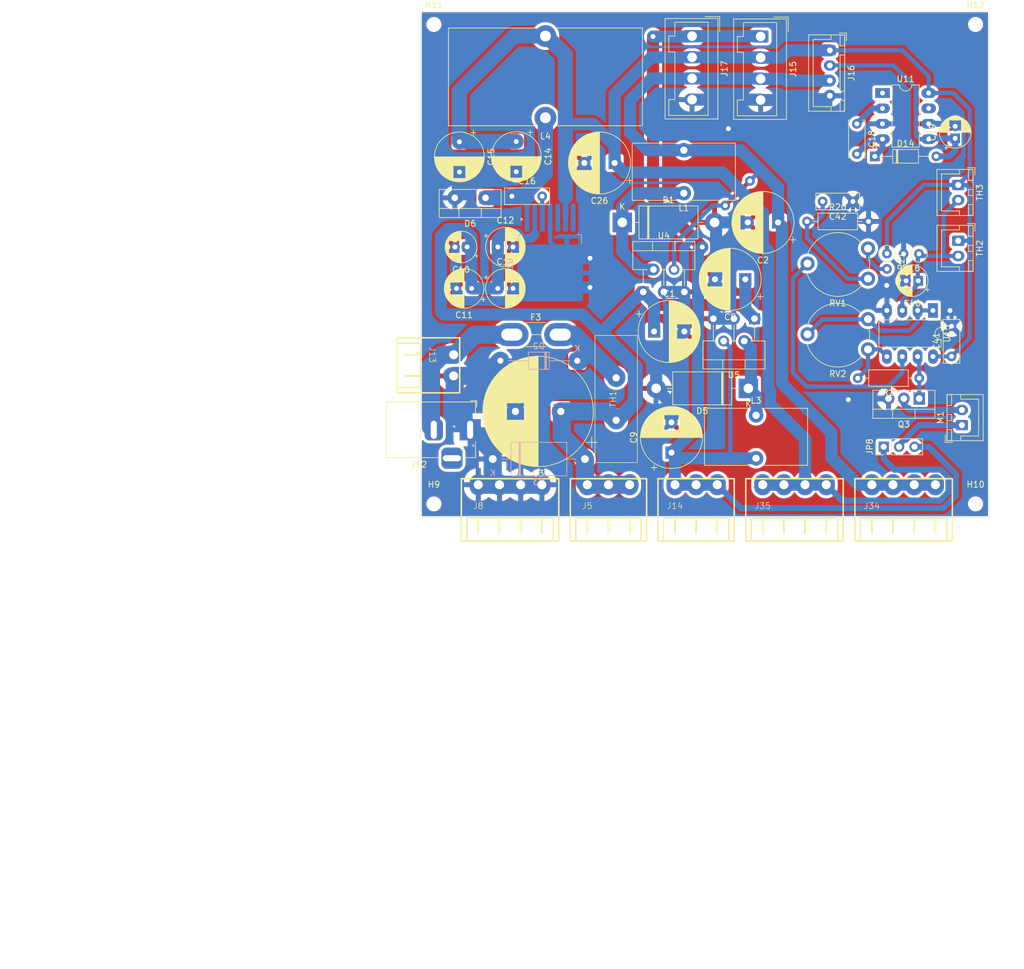
<source format=kicad_pcb>
(kicad_pcb
	(version 20240108)
	(generator "pcbnew")
	(generator_version "8.0")
	(general
		(thickness 1.6)
		(legacy_teardrops no)
	)
	(paper "A4")
	(layers
		(0 "F.Cu" signal)
		(1 "In1.Cu" signal)
		(2 "In2.Cu" signal)
		(31 "B.Cu" signal)
		(32 "B.Adhes" user "B.Adhesive")
		(33 "F.Adhes" user "F.Adhesive")
		(34 "B.Paste" user)
		(35 "F.Paste" user)
		(36 "B.SilkS" user "B.Silkscreen")
		(37 "F.SilkS" user "F.Silkscreen")
		(38 "B.Mask" user)
		(39 "F.Mask" user)
		(40 "Dwgs.User" user "User.Drawings")
		(41 "Cmts.User" user "User.Comments")
		(42 "Eco1.User" user "User.Eco1")
		(43 "Eco2.User" user "User.Eco2")
		(44 "Edge.Cuts" user)
		(45 "Margin" user)
		(46 "B.CrtYd" user "B.Courtyard")
		(47 "F.CrtYd" user "F.Courtyard")
		(48 "B.Fab" user)
		(49 "F.Fab" user)
		(50 "User.1" user)
		(51 "User.2" user)
		(52 "User.3" user)
		(53 "User.4" user)
		(54 "User.5" user)
		(55 "User.6" user)
		(56 "User.7" user)
		(57 "User.8" user)
		(58 "User.9" user)
	)
	(setup
		(stackup
			(layer "F.SilkS"
				(type "Top Silk Screen")
			)
			(layer "F.Paste"
				(type "Top Solder Paste")
			)
			(layer "F.Mask"
				(type "Top Solder Mask")
				(thickness 0.01)
			)
			(layer "F.Cu"
				(type "copper")
				(thickness 0.035)
			)
			(layer "dielectric 1"
				(type "prepreg")
				(thickness 0.1)
				(material "FR4")
				(epsilon_r 4.5)
				(loss_tangent 0.02)
			)
			(layer "In1.Cu"
				(type "copper")
				(thickness 0.035)
			)
			(layer "dielectric 2"
				(type "core")
				(thickness 1.24)
				(material "FR4")
				(epsilon_r 4.5)
				(loss_tangent 0.02)
			)
			(layer "In2.Cu"
				(type "copper")
				(thickness 0.035)
			)
			(layer "dielectric 3"
				(type "prepreg")
				(thickness 0.1)
				(material "FR4")
				(epsilon_r 4.5)
				(loss_tangent 0.02)
			)
			(layer "B.Cu"
				(type "copper")
				(thickness 0.035)
			)
			(layer "B.Mask"
				(type "Bottom Solder Mask")
				(thickness 0.01)
			)
			(layer "B.Paste"
				(type "Bottom Solder Paste")
			)
			(layer "B.SilkS"
				(type "Bottom Silk Screen")
				(color "Red")
			)
			(copper_finish "None")
			(dielectric_constraints no)
		)
		(pad_to_mask_clearance 0)
		(allow_soldermask_bridges_in_footprints no)
		(pcbplotparams
			(layerselection 0x00010fc_ffffffff)
			(plot_on_all_layers_selection 0x0000000_00000000)
			(disableapertmacros no)
			(usegerberextensions no)
			(usegerberattributes yes)
			(usegerberadvancedattributes yes)
			(creategerberjobfile yes)
			(dashed_line_dash_ratio 12.000000)
			(dashed_line_gap_ratio 3.000000)
			(svgprecision 4)
			(plotframeref no)
			(viasonmask no)
			(mode 1)
			(useauxorigin no)
			(hpglpennumber 1)
			(hpglpenspeed 20)
			(hpglpendiameter 15.000000)
			(pdf_front_fp_property_popups yes)
			(pdf_back_fp_property_popups yes)
			(dxfpolygonmode yes)
			(dxfimperialunits yes)
			(dxfusepcbnewfont yes)
			(psnegative no)
			(psa4output no)
			(plotreference yes)
			(plotvalue yes)
			(plotfptext yes)
			(plotinvisibletext no)
			(sketchpadsonfab no)
			(subtractmaskfromsilk no)
			(outputformat 1)
			(mirror no)
			(drillshape 1)
			(scaleselection 1)
			(outputdirectory "")
		)
	)
	(net 0 "")
	(net 1 "+5V")
	(net 2 "+24V filtered")
	(net 3 "GND")
	(net 4 "+3V3")
	(net 5 "+12V")
	(net 6 "Net-(D6-K)")
	(net 7 "Net-(U1-BOOT)")
	(net 8 "Net-(U11-CAP+)")
	(net 9 "Net-(D14-K)")
	(net 10 "-5V")
	(net 11 "Net-(D1-K)")
	(net 12 "Net-(D2-K)")
	(net 13 "Net-(D5-K)")
	(net 14 "+BATT")
	(net 15 "unconnected-(U1-EN-Pad7)")
	(net 16 "unconnected-(U1-NC-Pad5)")
	(net 17 "unconnected-(U11-OSC-Pad7)")
	(net 18 "unconnected-(U11-NC-Pad1)")
	(net 19 "Net-(U15A-+)")
	(net 20 "Net-(C42-Pad2)")
	(net 21 "Net-(JP8-C)")
	(net 22 "Net-(M1--)")
	(net 23 "Net-(Q3-G)")
	(net 24 "Net-(U15B-+)")
	(net 25 "Net-(R21-Pad2)")
	(net 26 "Net-(U15B--)")
	(net 27 "Net-(U15A--)")
	(footprint "Capacitor_THT:CP_Radial_D10.0mm_P5.00mm" (layer "F.Cu") (at 129.286 109.061993 90))
	(footprint "Capacitor_THT:CP_Radial_D10.0mm_P5.00mm" (layer "F.Cu") (at 126.410323 89.040962))
	(footprint "Diode_THT:D_DO-201AD_P15.24mm_Horizontal" (layer "F.Cu") (at 141.986 98.438962 180))
	(footprint "Potentiometer_THT:Potentiometer_Piher_PT-10-V10_Vertical" (layer "F.Cu") (at 161.757499 75.306462 180))
	(footprint "Connector_JST:JST_XH_B2B-XH-A_1x02_P2.50mm_Vertical" (layer "F.Cu") (at 177.275 104.514962 90))
	(footprint "Potentiometer_THT:Potentiometer_Piher_PT-10-V10_Vertical" (layer "F.Cu") (at 161.757499 86.990462 180))
	(footprint "Capacitor_THT:C_Disc_D6.0mm_W2.5mm_P5.00mm" (layer "F.Cu") (at 159.9057 54.702937 -90))
	(footprint "Package_TO_SOT_THT:TO-220-5_P3.4x3.7mm_StaggerOdd_Lead3.8mm_Vertical" (layer "F.Cu") (at 124.616 82.489962))
	(footprint "Resistor_THT:R_Axial_DIN0207_L6.3mm_D2.5mm_P2.54mm_Vertical" (layer "F.Cu") (at 170.18 76.2 180))
	(footprint "Package_TO_SOT_THT:TO-220-3_Vertical" (layer "F.Cu") (at 170.219499 100.125462 180))
	(footprint "Capacitor_THT:CP_Radial_D6.3mm_P2.50mm" (layer "F.Cu") (at 100.592664 75.064811))
	(footprint "MountingHole:MountingHole_2mm" (layer "F.Cu") (at 179.526 38.284962))
	(footprint "Package_DIP:DIP-8_W7.62mm_LongPads" (layer "F.Cu") (at 172.495499 85.561462 -90))
	(footprint "MountingHole:MountingHole_2mm" (layer "F.Cu") (at 90.026 117.534962))
	(footprint "custom-footprints1:WAGO 734-164 Print-Stiftleiste, Mini, RM 3,5, gewinkelt, 4-polig" (layer "F.Cu") (at 97.366 114.367462))
	(footprint "Capacitor_THT:CP_Radial_D18.0mm_P7.50mm"
		(layer "F.Cu")
		(uuid "3e12b180-088b-46cd-b5c6-9617c716b1a6")
		(at 110.998 102.248962 180)
		(descr "CP, Radial series, Radial, pin pitch=7.50mm, , diameter=18mm, Electrolytic Capacitor")
		(tags "CP Radial series Radial pin pitch 7.50mm  diameter 18mm Electrolytic Capacitor")
		(property "Reference" "C3"
			(at 3.75 -10.25 0)
			(layer "F.SilkS")
			(uuid "c0dbac4b-d18d-44e0-abe6-6b3f876fe509")
			(effects
				(font
					(size 1 1)
					(thickness 0.15)
				)
			)
		)
		(property "Value" "2200uf"
			(at 3.75 10.25 0)
			(layer "F.Fab")
			(uuid "1f7d7bb5-f802-471e-8ae7-4e1a80563b95")
			(effects
				(font
					(size 1 1)
					(thickness 0.15)
				)
			)
		)
		(property "Footprint" "Capacitor_THT:CP_Radial_D18.0mm_P7.50mm"
			(at 0 0 180)
			(unlocked yes)
			(layer "F.Fab")
			(hide yes)
			(uuid "cd037e7c-88f5-4614-9539-47ece2e39e2f")
			(effects
				(font
					(size 1.27 1.27)
					(thickness 0.15)
				)
			)
		)
		(property "Datasheet" "https://www.reichelt.com/be/en/shop/product/elko_2200_f_35_v_105_c-166415"
			(at 0 0 180)
			(unlocked yes)
			(layer "F.Fab")
			(hide yes)
			(uuid "09c9c45c-cd56-4403-bd81-cc88382ef4e9")
			(effects
				(font
					(size 1.27 1.27)
					(thickness 0.15)
				)
			)
		)
		(property "Description" "Polarized capacitor"
			(at 0 0 180)
			(unlocked yes)
			(layer "F.Fab")
			(hide yes)
			(uuid "114210ba-bd57-4105-96f8-5187314aacb0")
			(effects
				(font
					(size 1.27 1.27)
					(thickness 0.15)
				)
			)
		)
		(property ki_fp_filters "CP_*")
		(path "/16680157-dcc5-42d4-8ccc-a59b4c4006fd")
		(sheetname "Root")
		(sheetfile "power-supply-board_v1.0.kicad_sch")
		(attr through_hole)
		(fp_line
			(start 12.87 -0.04)
			(end 12.87 0.04)
			(stroke
				(width 0.12)
				(type solid)
			)
			(layer "F.SilkS")
			(uuid "87732204-ffd3-4010-92fe-e84d597261db")
		)
		(fp_line
			(start 12.83 -0.814)
			(end 12.83 0.814)
			(stroke
				(width 0.12)
				(type solid)
			)
			(layer "F.SilkS")
			(uuid "18f893c9-7fff-4554-a0a6-9513f8452e28")
		)
		(fp_line
			(start 12.79 -1.166)
			(end 12.79 1.166)
			(stroke
				(width 0.12)
				(type solid)
			)
			(layer "F.SilkS")
			(uuid "2b52467b-0cfb-4412-b0ac-068e45849888")
		)
		(fp_line
			(start 12.75 -1.435)
			(end 12.75 1.435)
			(stroke
				(width 0.12)
				(type solid)
			)
			(layer "F.SilkS")
			(uuid "34e20984-e432-4254-860c-82b93de5475e")
		)
		(fp_line
			(start 12.71 -1.661)
			(end 12.71 1.661)
			(stroke
				(width 0.12)
				(type solid)
			)
			(layer "F.SilkS")
			(uuid "9e5473ed-98ba-43aa-9d6a-8eaabc33a9dc")
		)
		(fp_line
			(start 12.67 -1.86)
			(end 12.67 1.86)
			(stroke
				(width 0.12)
				(type solid)
			)
			(layer "F.SilkS")
			(uuid "08c8f39a-99ff-4afd-b845-1d83a6340213")
		)
		(fp_line
			(start 12.63 -2.039)
			(end 12.63 2.039)
			(stroke
				(width 0.12)
				(type solid)
			)
			(layer "F.SilkS")
			(uuid "d5eaf986-9534-4524-ad49-665dbecfec0f")
		)
		(fp_line
			(start 12.59 -2.203)
			(end 12.59 2.203)
			(stroke
				(width 0.12)
				(type solid)
			)
			(layer "F.SilkS")
			(uuid "5cf0b090-f6b4-43c7-a6ce-0f71cd8210ee")
		)
		(fp_line
			(start 12.55 -2.355)
			(end 12.55 2.355)
			(stroke
				(width 0.12)
				(type solid)
			)
			(layer "F.SilkS")
			(uuid "8e66bac3-0b2f-40ec-8c73-97c7d6b2f138")
		)
		(fp_line
			(start 12.51 -2.498)
			(end 12.51 2.498)
			(stroke
				(width 0.12)
				(type solid)
			)
			(layer "F.SilkS")
			(uuid "66bbea31-836a-4c65-9a2d-0d3a29f8dc12")
		)
		(fp_line
			(start 12.47 -2.632)
			(end 12.47 2.632)
			(stroke
				(width 0.12)
				(type solid)
			)
			(layer "F.SilkS")
			(uuid "633c10e5-f6ae-42eb-b5a5-18a2e88ec3af")
		)
		(fp_line
			(start 12.43 -2.759)
			(end 12.43 2.759)
			(stroke
				(width 0.12)
				(type solid)
			)
			(layer "F.SilkS")
			(uuid "5c14d289-cf82-40f2-ae41-fa734da4dc2a")
		)
		(fp_line
			(start 12.39 -2.88)
			(end 12.39 2.88)
			(stroke
				(width 0.12)
				(type solid)
			)
			(layer "F.SilkS")
			(uuid "92d777da-31b2-4188-88bd-b48da7e6abd8")
		)
		(fp_line
			(start 12.35 -2.996)
			(end 12.35 2.996)
			(stroke
				(width 0.12)
				(type solid)
			)
			(layer "F.SilkS")
			(uuid "107af9bb-841b-4c31-9fac-3060a5bfa1b6")
		)
		(fp_line
			(start 12.31 -3.107)
			(end 12.31 3.107)
			(stroke
				(width 0.12)
				(type solid)
			)
			(layer "F.SilkS")
			(uuid "9396642f-f979-4d78-bd91-7a436359d103")
		)
		(fp_line
			(start 12.27 -3.214)
			(end 12.27 3.214)
			(stroke
				(width 0.12)
				(type solid)
			)
			(layer "F.SilkS")
			(uuid "7a28f269-c130-4a30-a607-7c6287357369")
		)
		(fp_line
			(start 12.23 -3.317)
			(end 12.23 3.317)
			(stroke
				(width 0.12)
				(type solid)
			)
			(layer "F.SilkS")
			(uuid "156f2bc4-880c-4c21-8655-9d32c230dad4")
		)
		(fp_line
			(start 12.19 -3.416)
			(end 12.19 3.416)
			(stroke
				(width 0.12)
				(type solid)
			)
			(layer "F.SilkS")
			(uuid "63c8fd17-e6c3-478f-ad62-b0bb53559406")
		)
		(fp_line
			(start 12.15 -3.512)
			(end 12.15 3.512)
			(stroke
				(width 0.12)
				(type solid)
			)
			(layer "F.SilkS")
			(uuid "639c7f9b-f812-46a4-b756-7753f6943a6f")
		)
		(fp_line
			(start 12.11 -3.605)
			(end 12.11 3.605)
			(stroke
				(width 0.12)
				(type solid)
			)
			(layer "F.SilkS")
			(uuid "134d240f-7cb0-4052-9ccf-efb724369b7f")
		)
		(fp_line
			(start 12.07 -3.696)
			(end 12.07 3.696)
			(stroke
				(width 0.12)
				(type solid)
			)
			(layer "F.SilkS")
			(uuid "bf388105-023e-4a71-bbdb-3b21c9fcd2cc")
		)
		(fp_line
			(start 12.03 -3.784)
			(end 12.03 3.784)
			(stroke
				(width 0.12)
				(type solid)
			)
			(layer "F.SilkS")
			(uuid "49aa2ba0-ba19-4ea1-a70a-173a6f627315")
		)
		(fp_line
			(start 11.99 -3.869)
			(end 11.99 3.869)
			(stroke
				(width 0.12)
				(type solid)
			)
			(layer "F.SilkS")
			(uuid "679bfa39-c021-436e-b2f6-eef91e7a3433")
		)
		(fp_line
			(start 11.95 -3.952)
			(end 11.95 3.952)
			(stroke
				(width 0.12)
				(type solid)
			)
			(layer "F.SilkS")
			(uuid "f874119e-1338-4beb-b6c9-42b4db275c1b")
		)
		(fp_line
			(start 11.911 -4.033)
			(end 11.911 4.033)
			(stroke
				(width 0.12)
				(type solid)
			)
			(layer "F.SilkS")
			(uuid "009a31cf-7161-4030-9ee2-4ee6c8662a63")
		)
		(fp_line
			(start 11.871 -4.113)
			(end 11.871 4.113)
			(stroke
				(width 0.12)
				(type solid)
			)
			(layer "F.SilkS")
			(uuid "68b92ccc-7298-4ad5-a9de-6f696f4ebe2e")
		)
		(fp_line
			(start 11.831 -4.19)
			(end 11.831 4.19)
			(stroke
				(width 0.12)
				(type solid)
			)
			(layer "F.SilkS")
			(uuid "b62a9674-bd46-40fc-859a-9a51e479b097")
		)
		(fp_line
			(start 11.791 -4.265)
			(end 11.791 4.265)
			(stroke
				(width 0.12)
				(type solid)
			)
			(layer "F.SilkS")
			(uuid "f11c470d-142c-4357-900e-889b10e3b0e2")
		)
		(fp_line
			(start 11.751 -4.339)
			(end 11.751 4.339)
			(stroke
				(width 0.12)
				(type solid)
			)
			(layer "F.SilkS")
			(uuid "79a89223-4ff2-4771-ae1e-e5445b213450")
		)
		(fp_line
			(start 11.711 -4.412)
			(end 11.711 4.412)
			(stroke
				(width 0.12)
				(type solid)
			)
			(layer "F.SilkS")
			(uuid "69c80908-15c1-45f1-963f-161843f95dae")
		)
		(fp_line
			(start 11.671 -4.482)
			(end 11.671 4.482)
			(stroke
				(width 0.12)
				(type solid)
			)
			(layer "F.SilkS")
			(uuid "61eb03dd-9121-4df5-b679-96e9e3201ddb")
		)
		(fp_line
			(start 11.631 -4.552)
			(end 11.631 4.552)
			(stroke
				(width 0.12)
				(type solid)
			)
			(layer "F.SilkS")
			(uuid "85657168-bb18-4c0a-8a63-b4550fb338d3")
		)
		(fp_line
			(start 11.591 -4.62)
			(end 11.591 4.62)
			(stroke
				(width 0.12)
				(type solid)
			)
			(layer "F.SilkS")
			(uuid "d1919cf1-2f90-4aae-9ff8-2b0cf3ae94c7")
		)
		(fp_line
			(start 11.551 -4.686)
			(end 11.551 4.686)
			(stroke
				(width 0.12)
				(type solid)
			)
			(layer "F.SilkS")
			(uuid "1b9f95c8-f1a1-4629-933b-721de8d1b6c5")
		)
		(fp_line
			(start 11.511 -4.752)
			(end 11.511 4.752)
			(stroke
				(width 0.12)
				(type solid)
			)
			(layer "F.SilkS")
			(uuid "993aa706-ff59-43f8-b67b-ed16a60e5af1")
		)
		(fp_line
			(start 11.471 -4.816)
			(end 11.471 4.816)
			(stroke
				(width 0.12)
				(type solid)
			)
			(layer "F.SilkS")
			(uuid "60b6545d-49ea-46d3-ae2b-173dc1fa629f")
		)
		(fp_line
			(start 11.431 -4.879)
			(end 11.431 4.879)
			(stroke
				(width 0.12)
				(type solid)
			)
			(layer "F.SilkS")
			(uuid "facb3d3e-da56-434a-87aa-17d6414bb483")
		)
		(fp_line
			(start 11.391 -4.941)
			(end 11.391 4.941)
			(stroke
				(width 0.12)
				(type solid)
			)
			(layer "F.SilkS")
			(uuid "b89baaeb-06f3-4b71-a51f-ce7608b7262c")
		)
		(fp_line
			(start 11.351 -5.002)
			(end 11.351 5.002)
			(stroke
				(width 0.12)
				(type solid)
			)
			(layer "F.SilkS")
			(uuid "654033ae-c772-46c1-8f60-aa0ddceff74f")
		)
		(fp_line
			(start 11.311 -5.062)
			(end 11.311 5.062)
			(stroke
				(width 0.12)
				(type solid)
			)
			(layer "F.SilkS")
			(uuid "3d8d106b-7617-4f47-894a-2fcf412deb28")
		)
		(fp_line
			(start 11.271 -5.12)
			(end 11.271 5.12)
			(stroke
				(width 0.12)
				(type solid)
			)
			(layer "F.SilkS")
			(uuid "917cfe1d-449c-4d88-9a36-1b6375a11292")
		)
		(fp_line
			(start 11.231 -5.178)
			(end 11.231 5.178)
			(stroke
				(width 0.12)
				(type solid)
			)
			(layer "F.SilkS")
			(uuid "b6ae342f-1414-41ce-9a18-48302253d4b6")
		)
		(fp_line
			(start 11.191 -5.235)
			(end 11.191 5.235)
			(stroke
				(width 0.12)
				(type solid)
			)
			(layer "F.SilkS")
			(uuid "bc8af6b4-79f1-494c-8965-f72d1712ff8d")
		)
		(fp_line
			(start 11.151 -5.291)
			(end 11.151 5.291)
			(stroke
				(width 0.12)
				(type solid)
			)
			(layer "F.SilkS")
			(uuid "c57da7f0-a0a1-4185-9736-606dde94bfba")
		)
		(fp_line
			(start 11.111 -5.346)
			(end 11.111 5.346)
			(stroke
				(width 0.12)
				(type solid)
			)
			(layer "F.SilkS")
			(uuid "78dca952-4881-45e1-b643-4d2635200164")
		)
		(fp_line
			(start 11.071 -5.4)
			(end 11.071 5.4)
			(stroke
				(width 0.12)
				(type solid)
			)
			(layer "F.SilkS")
			(uuid "40e64ece-fc2d-42b2-9393-bfa48699e8b8")
		)
		(fp_line
			(start 11.031 -5.454)
			(end 11.031 5.454)
			(stroke
				(width 0.12)
				(type solid)
			)
			(layer "F.SilkS")
			(uuid "6e09a86b-dac4-49d6-9337-5fc49b3660d4")
		)
		(fp_line
			(start 10.991 -5.506)
			(end 10.991 5.506)
			(stroke
				(width 0.12)
				(type solid)
			)
			(layer "F.SilkS")
			(uuid "b34076ba-db21-4594-b738-d0b13ffce101")
		)
		(fp_line
			(start 10.951 -5.558)
			(end 10.951 5.558)
			(stroke
				(width 0.12)
				(type solid)
			)
			(layer "F.SilkS")
			(uuid "5abeba6d-99f5-4835-9edf-79f8cad35e91")
		)
		(fp_line
			(start 10.911 -5.609)
			(end 10.911 5.609)
			(stroke
				(width 0.12)
				(type solid)
			)
			(layer "F.SilkS")
			(uuid "6f8c8657-bd2a-48b5-8884-60099a095c02")
		)
		(fp_line
			(start 10.871 -5.66)
			(end 10.871 5.66)
			(stroke
				(width 0.12)
				(type solid)
			)
			(layer "F.SilkS")
			(uuid "e934523f-25a6-4501-b3d2-f714d731456a")
		)
		(fp_line
			(start 10.831 -5.709)
			(end 10.831 5.709)
			(stroke
				(width 0.12)
				(type solid)
			)
			(layer "F.SilkS")
			(uuid "eda7762a-c878-497d-b3d4-f14afd812a43")
		)
		(fp_line
			(start 10.791 -5.758)
			(end 10.791 5.758)
			(stroke
				(width 0.12)
				(type solid)
			)
			(layer "F.SilkS")
			(uuid "6788cc1c-365c-473d-a651-fa3a3cd31605")
		)
		(fp_line
			(start 10.751 -5.806)
			(end 10.751 5.806)
			(stroke
				(width 0.12)
				(type solid)
			)
			(layer "F.SilkS")
			(uuid "eec49bf0-2786-4624-b041-cb07a3b55cb0")
		)
		(fp_line
			(start 10.711 -5.854)
			(end 10.711 5.854)
			(stroke
				(width 0.12)
				(type solid)
			)
			(layer "F.SilkS")
			(uuid "40734991-1229-4ba7-82e1-930ec8e06f53")
		)
		(fp_line
			(start 10.671 -5.901)
			(end 10.671 5.901)
			(stroke
				(width 0.12)
				(type solid)
			)
			(layer "F.SilkS")
			(uuid "bcc470ec-95c0-4d68-8773-b1df105ec597")
		)
		(fp_line
			(start 10.631 -5.947)
			(end 10.631 5.947)
			(stroke
				(width 0.12)
				(type solid)
			)
			(layer "F.SilkS")
			(uuid "606b598a-d158-4304-8302-7e37f8b16422")
		)
		(fp_line
			(start 10.591 -5.993)
			(end 10.591 5.993)
			(stroke
				(width 0.12)
				(type solid)
			)
			(layer "F.SilkS")
			(uuid "7ce9d763-02f0-4f55-b389-f5260ed4fc01")
		)
		(fp_line
			(start 10.551 -6.038)
			(end 10.551 6.038)
			(stroke
				(width 0.12)
				(type solid)
			)
			(layer "F.SilkS")
			(uuid "272f7474-49f0-4091-92a8-8bc92ea6bb27")
		)
		(fp_line
			(start 10.511 -6.082)
			(end 10.511 6.082)
			(stroke
				(width 0.12)
				(type solid)
			)
			(layer "F.SilkS")
			(uuid "40d02709-a73d-46a8-b089-efda960c47b5")
		)
		(fp_line
			(start 10.471 -6.126)
			(end 10.471 6.126)
			(stroke
				(width 0.12)
				(type solid)
			)
			(layer "F.SilkS")
			(uuid "0ac0947b-1ef4-4a93-b71b-f8918f3d2522")
		)
		(fp_line
			(start 10.431 -6.17)
			(end 10.431 6.17)
			(stroke
				(width 0.12)
				(type solid)
			)
			(layer "F.SilkS")
			(uuid "f97f9a86-9e66-4626-93b4-9685db6a25d1")
		)
		(fp_line
			(start 10.391 -6.212)
			(end 10.391 6.212)
			(stroke
				(width 0.12)
				(type solid)
			)
			(layer "F.SilkS")
			(uuid "805972d7-afe1-40a0-bb47-68606c29d720")
		)
		(fp_line
			(start 10.351 -6.254)
			(end 10.351 6.254)
			(stroke
				(width 0.12)
				(type solid)
			)
			(layer "F.SilkS")
			(uuid "1f066cf5-19e7-4f7e-8c2d-1da9b1ac772e")
		)
		(fp_line
			(start 10.311 -6.296)
			(end 10.311 6.296)
			(stroke
				(width 0.12)
				(type solid)
			)
			(layer "F.SilkS")
			(uuid "5990a540-91d4-4253-a55d-d15de76959aa")
		)
		(fp_line
			(start 10.271 -6.337)
			(end 10.271 6.337)
			(stroke
				(width 0.12)
				(type solid)
			)
			(layer "F.SilkS")
			(uuid "c6471c83-4564-4785-9850-11ec897ddc32")
		)
		(fp_line
			(start 10.231 -6.378)
			(end 10.231 6.378)
			(stroke
				(width 0.12)
				(type solid)
			)
			(layer "F.SilkS")
			(uuid "3f0a6a83-a2c7-4929-8247-de925c70a1ed")
		)
		(fp_line
			(start 10.191 -6.418)
			(end 10.191 6.418)
			(stroke
				(width 0.12)
				(type solid)
			)
			(layer "F.SilkS")
			(uuid "33a09585-b30a-4f7d-ad89-08d483af1556")
		)
		(fp_line
			(start 10.151 -6.458)
			(end 10.151 6.458)
			(stroke
				(width 0.12)
				(type solid)
			)
			(layer "F.SilkS")
			(uuid "e10e3c2f-b419-40ba-82ac-94f1498f6b1b")
		)
		(fp_line
			(start 10.111 -6.497)
			(end 10.111 6.497)
			(stroke
				(width 0.12)
				(type solid)
			)
			(layer "F.SilkS")
			(uuid "3e131344-62f2-4300-9cad-cac26ecab5a4")
		)
		(fp_line
			(start 10.071 -6.536)
			(end 10.071 6.536)
			(stroke
				(width 0.12)
				(type solid)
			)
			(layer "F.SilkS")
			(uuid "d0704bee-edb1-4ee0-b859-db3cd8e59619")
		)
		(fp_line
			(start 10.031 -6.574)
			(end 10.031 6.574)
			(stroke
				(width 0.12)
				(type solid)
			)
			(layer "F.SilkS")
			(uuid "bd712cbe-e5a4-4a45-a920-286373b41ed9")
		)
		(fp_line
			(start 9.991 -6.612)
			(end 9.991 6.612)
			(stroke
				(width 0.12)
				(type solid)
			)
			(layer "F.SilkS")
			(uuid "7295916e-7649-480b-bb07-2a10dcebf846")
		)
		(fp_line
			(start 9.951 -6.649)
			(end 9.951 6.649)
			(stroke
				(width 0.12)
				(type solid)
			)
			(layer "F.SilkS")
			(uuid "a9ce0859-503a-4ce6-8349-b505845c88e8")
		)
		(fp_line
			(start 9.911 -6.686)
			(end 9.911 6.686)
			(stroke
				(width 0.12)
				(type solid)
			)
			(layer "F.SilkS")
			(uuid "d3493fd7-5a59-4715-b4b9-376f1fe10e16")
		)
		(fp_line
			(start 9.871 -6.722)
			(end 9.871 6.722)
			(stroke
				(width 0.12)
				(type solid)
			)
			(layer "F.SilkS")
			(uuid "f9ede90f-b7f6-465c-8554-1ea32367ec15")
		)
		(fp_line
			(start 9.831 -6.758)
			(end 9.831 6.758)
			(stroke
				(width 0.12)
				(type solid)
			)
			(layer "F.SilkS")
			(uuid "d219cfed-1e41-4e8f-b0da-13d24868af59")
		)
		(fp_line
			(start 9.791 -6.794)
			(end 9.791 6.794)
			(stroke
				(width 0.12)
				(type solid)
			)
			(layer "F.SilkS")
			(uuid "86244063-b911-4cdb-9809-1602bbe5f33a")
		)
		(fp_line
			(start 9.751 -6.829)
			(end 9.751 6.829)
			(stroke
				(width 0.12)
				(type solid)
			)
			(layer "F.SilkS")
			(uuid "c47a5a1f-6260-4006-b870-3f876d21de9a")
		)
		(fp_line
			(start 9.711 -6.864)
			(end 9.711 6.864)
			(stroke
				(width 0.12)
				(type solid)
			)
			(layer "F.SilkS")
			(uuid "417d6f6f-db62-4697-a791-d569977a0227")
		)
		(fp_line
			(start 9.671 -6.898)
			(end 9.671 6.898)
			(stroke
				(width 0.12)
				(type solid)
			)
			(layer "F.SilkS")
			(uuid "d2e1d4d7-433a-44da-b1d9-54732d940da3")
		)
		(fp_line
			(start 9.631 -6.932)
			(end 9.631 6.932)
			(stroke
				(width 0.12)
				(type solid)
			)
			(layer "F.SilkS")
			(uuid "ac8fea53-69af-47c3-addc-e7849fcec1d5")
		)
		(fp_line
			(start 9.591 -6.965)
			(end 9.591 6.965)
			(stroke
				(width 0.12)
				(type solid)
			)
			(layer "F.SilkS")
			(uuid "280d0d54-2607-4e17-bc2e-0dafeba48237")
		)
		(fp_line
			(start 9.551 -6.999)
			(end 9.551 6.999)
			(stroke
				(width 0.12)
				(type solid)
			)
			(layer "F.SilkS")
			(uuid "485f0433-28e9-48ed-9572-250ed6bd90a2")
		)
		(fp_line
			(start 9.511 -7.031)
			(end 9.511 7.031)
			(stroke
				(width 0.12)
				(type solid)
			)
			(layer "F.SilkS")
			(uuid "613186f3-a82e-491c-89e6-8af02a63d898")
		)
		(fp_line
			(start 9.471 -7.064)
			(end 9.471 7.064)
			(stroke
				(width 0.12)
				(type solid)
			)
			(layer "F.SilkS")
			(uuid "c5a56e8a-89c1-4fa3-8a90-d0133030a7bd")
		)
		(fp_line
			(start 9.431 -7.096)
			(end 9.431 7.096)
			(stroke
				(width 0.12)
				(type solid)
			)
			(layer "F.SilkS")
			(uuid "64504dcd-a071-4695-983a-3b8f29c463bf")
		)
		(fp_line
			(start 9.391 -7.127)
			(end 9.391 7.127)
			(stroke
				(width 0.12)
				(type solid)
			)
			(layer "F.SilkS")
			(uuid "f7631ea9-2245-4882-8b51-151dc21ef3da")
		)
		(fp_line
			(start 9.351 -7.159)
			(end 9.351 7.159)
			(stroke
				(width 0.12)
				(type solid)
			)
			(layer "F.SilkS")
			(uuid "bae1ad61-bebf-4b40-912e-953a14970929")
		)
		(fp_line
			(start 9.311 -7.19)
			(end 9.311 7.19)
			(stroke
				(width 0.12)
				(type solid)
			)
			(layer "F.SilkS")
			(uuid "813ce6d9-beb9-442f-a518-c317ed99c5a6")
		)
		(fp_line
			(start 9.271 -7.22)
			(end 9.271 7.22)
			(stroke
				(width 0.12)
				(type solid)
			)
			(layer "F.SilkS")
			(uuid "fcd691e8-353d-48e2-ae6a-a549344dc7e5")
		)
		(fp_line
			(start 9.231 -7.25)
			(end 9.231 7.25)
			(stroke
				(width 0.12)
				(type solid)
			)
			(layer "F.SilkS")
			(uuid "2e84cb94-3fa5-48fa-b25e-bd814282dd2d")
		)
		(fp_line
			(start 9.191 -7.28)
			(end 9.191 7.28)
			(stroke
				(width 0.12)
				(type solid)
			)
			(layer "F.SilkS")
			(uuid "fe695bb2-629c-4dda-8e9e-8cf1f1aa6123")
		)
		(fp_line
			(start 9.151 -7.31)
			(end 9.151 7.31)
			(stroke
				(width 0.12)
				(type solid)
			)
			(layer "F.SilkS")
			(uuid "f8a90756-7f59-4c36-8db5-7fcae52d223a")
		)
		(fp_line
			(start 9.111 -7.339)
			(end 9.111 7.339)
			(stroke
				(width 0.12)
				(type solid)
			)
			(layer "F.SilkS")
			(uuid "f3584622-4e9e-4f8e-b69f-0d4c887545e5")
		)
		(fp_line
			(start 9.071 -7.368)
			(end 9.071 7.368)
			(stroke
				(width 0.12)
				(type solid)
			)
			(layer "F.SilkS")
			(uuid "07a474f6-b9bc-45ba-b405-bbdf5cb19cce")
		)
		(fp_line
			(start 9.031 -7.397)
			(end 9.031 7.397)
			(stroke
				(width 0.12)
				(type solid)
			)
			(layer "F.SilkS")
			(uuid "01dfe167-9d99-4f96-adea-ec160375eceb")
		)
		(fp_line
			(start 8.991 -7.425)
			(end 8.991 7.425)
			(stroke
				(width 0.12)
				(type solid)
			)
			(layer "F.SilkS")
			(uuid "68fe9128-a0b4-4aa8-8bd7-b5ad82b5a166")
		)
		(fp_line
			(start 8.951 -7.453)
			(end 8.951 7.453)
			(stroke
				(width 0.12)
				(type solid)
			)
			(layer "F.SilkS")
			(uuid "12358abb-ded3-4c73-912b-4f830433466c")
		)
		(fp_line
			(start 8.911 1.44)
			(end 8.911 7.48)
			(stroke
				(width 0.12)
				(type solid)
			)
			(layer "F.SilkS")
			(uuid "143e21af-34fb-4e0a-82f5-ed1fd8e79de9")
		)
		(fp_line
			(start 8.911 -7.48)
			(end 8.911 -1.44)
			(stroke
				(width 0.12)
				(type solid)
			)
			(layer "F.SilkS")
			(uuid "65c35b73-65ad-4521-9312-b870925f47fd")
		)
		(fp_line
			(start 8.871 1.44)
			(end 8.871 7.508)
			(stroke
				(width 0.12)
				(type solid)
			)
			(layer "F.SilkS")
			(uuid "a66d7bd3-dc62-4965-b079-e1e400b307fb")
		)
		(fp_line
			(start 8.871 -7.508)
			(end 8.871 -1.44)
			(stroke
				(width 0.12)
				(type solid)
			)
			(layer "F.SilkS")
			(uuid "acf631b2-04ac-4f4b-90b5-6d7f3f6c9785")
		)
		(fp_line
			(start 8.831 1.44)
			(end 8.831 7.535)
			(stroke
				(width 0.12)
				(type solid)
			)
			(layer "F.SilkS")
			(uuid "ef5853ce-c993-4381-9763-5c0a771b879c")
		)
		(fp_line
			(start 8.831 -7.535)
			(end 8.831 -1.44)
			(stroke
				(width 0.12)
				(type solid)
			)
			(layer "F.SilkS")
			(uuid "9031239c-e690-433b-873f-c543838facc7")
		)
		(fp_line
			(start 8.791 1.44)
			(end 8.791 7.561)
			(stroke
				(width 0.12)
				(type solid)
			)
			(layer "F.SilkS")
			(uuid "c4af9646-bc12-4acf-8e06-ee61db86179b")
		)
		(fp_line
			(start 8.791 -7.561)
			(end 8.791 -1.44)
			(stroke
				(width 0.12)
				(type solid)
			)
			(layer "F.SilkS")
			(uuid "7f2ce89e-5d0b-4c98-b966-c692bd5705cd")
		)
		(fp_line
			(start 8.751 1.44)
			(end 8.751 7.588)
			(stroke
				(width 0.12)
				(type solid)
			)
			(layer "F.SilkS")
			(uuid "a4db1781-58b7-438d-b069-70104c7a704b")
		)
		(fp_line
			(start 8.751 -7.588)
			(end 8.751 -1.44)
			(stroke
				(width 0.12)
				(type solid)
			)
			(layer "F.SilkS")
			(uuid "d88a1950-6989-4282-bccc-a610e2eb6d82")
		)
		(fp_line
			(start 8.711 1.44)
			(end 8.711 7.614)
			(stroke
				(width 0.12)
				(type solid)
			)
			(layer "F.SilkS")
			(uuid "4e954af0-bd72-4693-ad13-560e3399452d")
		)
		(fp_line
			(start 8.711 -7.614)
			(end 8.711 -1.44)
			(stroke
				(width 0.12)
				(type solid)
			)
			(layer "F.SilkS")
			(uuid "7e323a21-370a-4e59-934e-a6848095aaf7")
		)
		(fp_line
			(start 8.671 1.44)
			(end 8.671 7.64)
			(stroke
				(width 0.12)
				(type solid)
			)
			(layer "F.SilkS")
			(uuid "271b0653-bfa2-4373-b88b-1b068ce801e6")
		)
		(fp_line
			(start 8.671 -7.64)
			(end 8.671 -1.44)
			(stroke
				(width 0.12)
				(type solid)
			)
			(layer "F.SilkS")
			(uuid "d4b5da5b-cbc0-4b94-8965-7681095a2ede")
		)
		(fp_line
			(start 8.631 1.44)
			(end 8.631 7.665)
			(stroke
				(width 0.12)
				(type solid)
			)
			(layer "F.SilkS")
			(uuid "75db084e-a9b7-4b12-b5e7-8adc4e168dce")
		)
		(fp_line
			(start 8.631 -7.665)
			(end 8.631 -1.44)
			(stroke
				(width 0.12)
				(type solid)
			)
			(layer "F.SilkS")
			(uuid "fa854a61-4e28-415b-a4d8-679e4723c432")
		)
		(fp_line
			(start 8.591 1.44)
			(end 8.591 7.69)
			(stroke
				(width 0.12)
				(type solid)
			)
			(layer "F.SilkS")
			(uuid "59859241-df3b-4b5d-8dda-3ab4a469e421")
		)
		(fp_line
			(start 8.591 -7.69)
			(end 8.591 -1.44)
			(stroke
				(width 0.12)
				(type solid)
			)
			(layer "F.SilkS")
			(uuid "60f6099f-faf9-4a93-9247-347b8377ab28")
		)
		(fp_line
			(start 8.551 1.44)
			(end 8.551 7.715)
			(stroke
				(width 0.12)
				(type solid)
			)
			(layer "F.SilkS")
			(uuid "358eeeea-d0e5-40a9-ba54-a6a094f3cea4")
		)
		(fp_line
			(start 8.551 -7.715)
			(end 8.551 -1.44)
			(stroke
				(width 0.12)
				(type solid)
			)
			(layer "F.SilkS")
			(uuid "7c87445f-ae30-4970-84f3-400ffc7ef4e5")
		)
		(fp_line
			(start 8.511 1.44)
			(end 8.511 7.74)
			(stroke
				(width 0.12)
				(type solid)
			)
			(layer "F.SilkS")
			(uuid "2334a349-2045-4276-8254-f95df7983e23")
		)
		(fp_line
			(start 8.511 -7.74)
			(end 8.511 -1.44)
			(stroke
				(width 0.12)
				(type solid)
			)
			(layer "F.SilkS")
			(uuid "1eeecdf7-201c-4f34-8c5e-1719f79e7aaf")
		)
		(fp_line
			(start 8.471 1.44)
			(end 8.471 7.764)
			(stroke
				(width 0.12)
				(type solid)
			)
			(layer "F.SilkS")
			(uuid "b2664732-46c8-489d-8d5b-8de9eb04bb8c")
		)
		(fp_line
			(start 8.471 -7.764)
			(end 8.471 -1.44)
			(stroke
				(width 0.12)
				(type solid)
			)
			(layer "F.SilkS")
			(uuid "0439914f-11a3-458a-add8-6bb7c7db44bd")
		)
		(fp_line
			(start 8.431 1.44)
			(end 8.431 7.788)
			(stroke
				(width 0.12)
				(type solid)
			)
			(layer "F.SilkS")
			(uuid "b75bbba8-f53c-4127-a502-344f9ef86ade")
		)
		(fp_line
			(start 8.431 -7.788)
			(end 8.431 -1.44)
			(stroke
				(width 0.12)
				(type solid)
			)
			(layer "F.SilkS")
			(uuid "48dd2d15-4289-40cf-b859-53da2b9de97a")
		)
		(fp_line
			(start 8.391 1.44)
			(end 8.391 7.812)
			(stroke
				(width 0.12)
				(type solid)
			)
			(layer "F.SilkS")
			(uuid "e554e3e1-2b85-4994-90cc-7d65f9496a84")
		)
		(fp_line
			(start 8.391 -7.812)
			(end 8.391 -1.44)
			(stroke
				(width 0.12)
				(type solid)
			)
			(layer "F.SilkS")
			(uuid "c3c6f08c-0958-4661-bea0-bace6a915126")
		)
		(fp_line
			(start 8.351 1.44)
			(end 8.351 7.835)
			(stroke
				(width 0.12)
				(type solid)
			)
			(layer "F.SilkS")
			(uuid "63fed8d4-e8bf-4a3e-97ed-d0f59ebc4ad3")
		)
		(fp_line
			(start 8.351 -7.835)
			(end 8.351 -1.44)
			(stroke
				(width 0.12)
				(type solid)
			)
			(layer "F.SilkS")
			(uuid "7f5276a0-dce5-47e1-9733-2fba09d6ca7e")
		)
		(fp_line
			(start 8.311 1.44)
			(end 8.311 7.859)
			(stroke
				(width 0.12)
				(type solid)
			)
			(layer "F.SilkS")
			(uuid "5dfa5df8-d6de-475e-8625-caed1e21a2d1")
		)
		(fp_line
			(start 8.311 -7.859)
			(end 8.311 -1.44)
			(stroke
				(width 0.12)
				(type solid)
			)
			(layer "F.SilkS")
			(uuid "0bc94a8b-df45-46f2-ab13-871ddc541012")
		)
		(fp_line
			(start 8.271 1.44)
			(end 8.271 7.882)
			(stroke
				(width 0.12)
				(type solid)
			)
			(layer "F.SilkS")
			(uuid "a113a8eb-8c98-441f-97eb-11952d1c9672")
		)
		(fp_line
			(start 8.271 -7.882)
			(end 8.271 -1.44)
			(stroke
				(width 0.12)
				(type solid)
			)
			(layer "F.SilkS")
			(uuid "0d6af61a-c5e8-48f9-9251-fc178e9e8b5b")
		)
		(fp_line
			(start 8.231 1.44)
			(end 8.231 7.904)
			(stroke
				(width 0.12)
				(type solid)
			)
			(layer "F.SilkS")
			(uuid "81ac89fa-0a23-4baf-9a1c-ed2273049598")
		)
		(fp_line
			(start 8.231 -7.904)
			(end 8.231 -1.44)
			(stroke
				(width 0.12)
				(type solid)
			)
			(layer "F.SilkS")
			(uuid "6d1469b4-0a2a-4157-8e69-ed49b34340a3")
		)
		(fp_line
			(start 8.191 1.44)
			(end 8.191 7.927)
			(stroke
				(width 0.12)
				(type solid)
			)
			(layer "F.SilkS")
			(uuid "3d127a5f-c962-4309-935c-515ce8b6cd6a")
		)
		(fp_line
			(start 8.191 -7.927)
			(end 8.191 -1.44)
			(stroke
				(width 0.12)
				(type solid)
			)
			(layer "F.SilkS")
			(uuid "a7d04b13-78e1-48fe-8b87-31bbff537510")
		)
		(fp_line
			(start 8.151 1.44)
			(end 8.151 7.949)
			(stroke
				(width 0.12)
				(type solid)
			)
			(layer "F.SilkS")
			(uuid "854b0851-6519-4b16-86ca-d7768ddd24cc")
		)
		(fp_line
			(start 8.151 -7.949)
			(end 8.151 -1.44)
			(stroke
				(width 0.12)
				(type solid)
			)
			(layer "F.SilkS")
			(uuid "bc0977ce-66ca-45a0-b8df-c1ca0f757d35")
		)
		(fp_line
			(start 8.111 1.44)
			(end 8.111 7.971)
			(stroke
				(width 0.12)
				(type solid)
			)
			(layer "F.SilkS")
			(uuid "416f792c-8bc8-4e58-b2ba-46f0780c3321")
		)
		(fp_line
			(start 8.111 -7.971)
			(end 8.111 -1.44)
			(stroke
				(width 0.12)
				(type solid)
			)
			(layer "F.SilkS")
			(uuid "e175e0e6-2124-47ea-a4cb-8babe54088d1")
		)
		(fp_line
			(start 8.071 1.44)
			(end 8.071 7.992)
			(stroke
				(width 0.12)
				(type solid)
			)
			(layer "F.SilkS")
			(uuid "11f2031a-321f-48a2-9d48-4598d160685d")
		)
		(fp_line
			(start 8.071 -7.992)
			(end 8.071 -1.44)
			(stroke
				(width 0.12)
				(type solid)
			)
			(layer "F.SilkS")
			(uuid "dbe2e48b-9c41-4fdc-9c09-6504a68930d7")
		)
		(fp_line
			(start 8.031 1.44)
			(end 8.031 8.014)
			(stroke
				(width 0.12)
				(type solid)
			)
			(layer "F.SilkS")
			(uuid "a06c48eb-2f71-4e81-a5d9-f0017fbc3cdd")
		)
		(fp_line
			(start 8.031 -8.014)
			(end 8.031 -1.44)
			(s
... [1087484 chars truncated]
</source>
